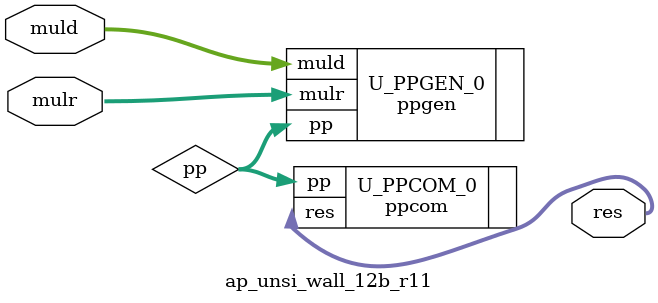
<source format=v>
module ap_unsi_wall_12b_r11 (
    input  [11:0] muld,
    input  [11:0] mulr,
    
    output [23:0] res
);

wire [143:0] pp;

ppgen #(
    .DW                             (  12                           ))
U_PPGEN_0(
    .muld                           ( muld                          ),
    .mulr                           ( mulr                          ),
    .pp                             ( pp                            )
);


ppcom U_PPCOM_0(
    .pp                             ( pp                            ),
    .res                            ( res                           )
);


endmodule

</source>
